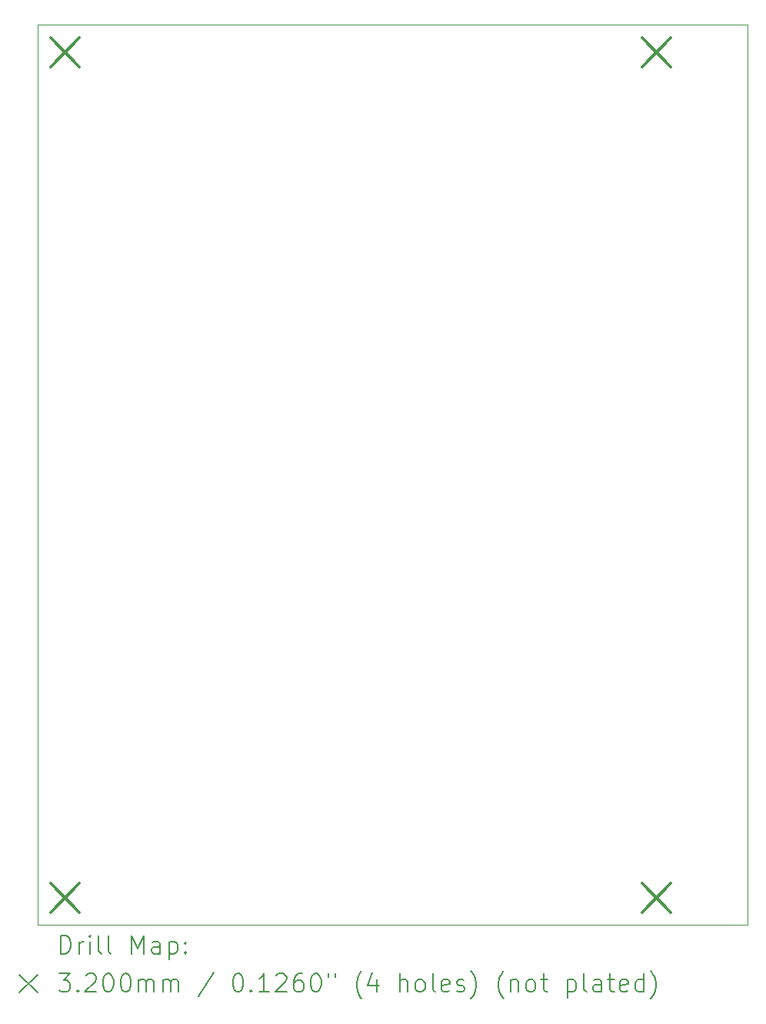
<source format=gbr>
%TF.GenerationSoftware,KiCad,Pcbnew,(6.0.11)*%
%TF.CreationDate,2023-07-27T19:07:24+09:00*%
%TF.ProjectId,3340VCO,33333430-5643-44f2-9e6b-696361645f70,1.0*%
%TF.SameCoordinates,Original*%
%TF.FileFunction,Drillmap*%
%TF.FilePolarity,Positive*%
%FSLAX45Y45*%
G04 Gerber Fmt 4.5, Leading zero omitted, Abs format (unit mm)*
G04 Created by KiCad (PCBNEW (6.0.11)) date 2023-07-27 19:07:24*
%MOMM*%
%LPD*%
G01*
G04 APERTURE LIST*
%ADD10C,0.100000*%
%ADD11C,0.200000*%
%ADD12C,0.320000*%
G04 APERTURE END LIST*
D10*
X17970500Y-5016500D02*
X10160000Y-5016500D01*
X10160000Y-5016500D02*
X10160000Y-14922500D01*
X10160000Y-14922500D02*
X17970500Y-14922500D01*
X17970500Y-14922500D02*
X17970500Y-5016500D01*
D11*
D12*
X10300000Y-5156500D02*
X10620000Y-5476500D01*
X10620000Y-5156500D02*
X10300000Y-5476500D01*
X10300000Y-14462500D02*
X10620000Y-14782500D01*
X10620000Y-14462500D02*
X10300000Y-14782500D01*
X16810500Y-5156500D02*
X17130500Y-5476500D01*
X17130500Y-5156500D02*
X16810500Y-5476500D01*
X16810500Y-14462500D02*
X17130500Y-14782500D01*
X17130500Y-14462500D02*
X16810500Y-14782500D01*
D11*
X10412619Y-15237976D02*
X10412619Y-15037976D01*
X10460238Y-15037976D01*
X10488810Y-15047500D01*
X10507857Y-15066548D01*
X10517381Y-15085595D01*
X10526905Y-15123690D01*
X10526905Y-15152262D01*
X10517381Y-15190357D01*
X10507857Y-15209405D01*
X10488810Y-15228452D01*
X10460238Y-15237976D01*
X10412619Y-15237976D01*
X10612619Y-15237976D02*
X10612619Y-15104643D01*
X10612619Y-15142738D02*
X10622143Y-15123690D01*
X10631667Y-15114167D01*
X10650714Y-15104643D01*
X10669762Y-15104643D01*
X10736429Y-15237976D02*
X10736429Y-15104643D01*
X10736429Y-15037976D02*
X10726905Y-15047500D01*
X10736429Y-15057024D01*
X10745952Y-15047500D01*
X10736429Y-15037976D01*
X10736429Y-15057024D01*
X10860238Y-15237976D02*
X10841190Y-15228452D01*
X10831667Y-15209405D01*
X10831667Y-15037976D01*
X10965000Y-15237976D02*
X10945952Y-15228452D01*
X10936429Y-15209405D01*
X10936429Y-15037976D01*
X11193571Y-15237976D02*
X11193571Y-15037976D01*
X11260238Y-15180833D01*
X11326905Y-15037976D01*
X11326905Y-15237976D01*
X11507857Y-15237976D02*
X11507857Y-15133214D01*
X11498333Y-15114167D01*
X11479286Y-15104643D01*
X11441190Y-15104643D01*
X11422143Y-15114167D01*
X11507857Y-15228452D02*
X11488809Y-15237976D01*
X11441190Y-15237976D01*
X11422143Y-15228452D01*
X11412619Y-15209405D01*
X11412619Y-15190357D01*
X11422143Y-15171309D01*
X11441190Y-15161786D01*
X11488809Y-15161786D01*
X11507857Y-15152262D01*
X11603095Y-15104643D02*
X11603095Y-15304643D01*
X11603095Y-15114167D02*
X11622143Y-15104643D01*
X11660238Y-15104643D01*
X11679286Y-15114167D01*
X11688809Y-15123690D01*
X11698333Y-15142738D01*
X11698333Y-15199881D01*
X11688809Y-15218928D01*
X11679286Y-15228452D01*
X11660238Y-15237976D01*
X11622143Y-15237976D01*
X11603095Y-15228452D01*
X11784048Y-15218928D02*
X11793571Y-15228452D01*
X11784048Y-15237976D01*
X11774524Y-15228452D01*
X11784048Y-15218928D01*
X11784048Y-15237976D01*
X11784048Y-15114167D02*
X11793571Y-15123690D01*
X11784048Y-15133214D01*
X11774524Y-15123690D01*
X11784048Y-15114167D01*
X11784048Y-15133214D01*
X9955000Y-15467500D02*
X10155000Y-15667500D01*
X10155000Y-15467500D02*
X9955000Y-15667500D01*
X10393571Y-15457976D02*
X10517381Y-15457976D01*
X10450714Y-15534167D01*
X10479286Y-15534167D01*
X10498333Y-15543690D01*
X10507857Y-15553214D01*
X10517381Y-15572262D01*
X10517381Y-15619881D01*
X10507857Y-15638928D01*
X10498333Y-15648452D01*
X10479286Y-15657976D01*
X10422143Y-15657976D01*
X10403095Y-15648452D01*
X10393571Y-15638928D01*
X10603095Y-15638928D02*
X10612619Y-15648452D01*
X10603095Y-15657976D01*
X10593571Y-15648452D01*
X10603095Y-15638928D01*
X10603095Y-15657976D01*
X10688810Y-15477024D02*
X10698333Y-15467500D01*
X10717381Y-15457976D01*
X10765000Y-15457976D01*
X10784048Y-15467500D01*
X10793571Y-15477024D01*
X10803095Y-15496071D01*
X10803095Y-15515119D01*
X10793571Y-15543690D01*
X10679286Y-15657976D01*
X10803095Y-15657976D01*
X10926905Y-15457976D02*
X10945952Y-15457976D01*
X10965000Y-15467500D01*
X10974524Y-15477024D01*
X10984048Y-15496071D01*
X10993571Y-15534167D01*
X10993571Y-15581786D01*
X10984048Y-15619881D01*
X10974524Y-15638928D01*
X10965000Y-15648452D01*
X10945952Y-15657976D01*
X10926905Y-15657976D01*
X10907857Y-15648452D01*
X10898333Y-15638928D01*
X10888810Y-15619881D01*
X10879286Y-15581786D01*
X10879286Y-15534167D01*
X10888810Y-15496071D01*
X10898333Y-15477024D01*
X10907857Y-15467500D01*
X10926905Y-15457976D01*
X11117381Y-15457976D02*
X11136429Y-15457976D01*
X11155476Y-15467500D01*
X11165000Y-15477024D01*
X11174524Y-15496071D01*
X11184048Y-15534167D01*
X11184048Y-15581786D01*
X11174524Y-15619881D01*
X11165000Y-15638928D01*
X11155476Y-15648452D01*
X11136429Y-15657976D01*
X11117381Y-15657976D01*
X11098333Y-15648452D01*
X11088810Y-15638928D01*
X11079286Y-15619881D01*
X11069762Y-15581786D01*
X11069762Y-15534167D01*
X11079286Y-15496071D01*
X11088810Y-15477024D01*
X11098333Y-15467500D01*
X11117381Y-15457976D01*
X11269762Y-15657976D02*
X11269762Y-15524643D01*
X11269762Y-15543690D02*
X11279286Y-15534167D01*
X11298333Y-15524643D01*
X11326905Y-15524643D01*
X11345952Y-15534167D01*
X11355476Y-15553214D01*
X11355476Y-15657976D01*
X11355476Y-15553214D02*
X11365000Y-15534167D01*
X11384048Y-15524643D01*
X11412619Y-15524643D01*
X11431667Y-15534167D01*
X11441190Y-15553214D01*
X11441190Y-15657976D01*
X11536428Y-15657976D02*
X11536428Y-15524643D01*
X11536428Y-15543690D02*
X11545952Y-15534167D01*
X11565000Y-15524643D01*
X11593571Y-15524643D01*
X11612619Y-15534167D01*
X11622143Y-15553214D01*
X11622143Y-15657976D01*
X11622143Y-15553214D02*
X11631667Y-15534167D01*
X11650714Y-15524643D01*
X11679286Y-15524643D01*
X11698333Y-15534167D01*
X11707857Y-15553214D01*
X11707857Y-15657976D01*
X12098333Y-15448452D02*
X11926905Y-15705595D01*
X12355476Y-15457976D02*
X12374524Y-15457976D01*
X12393571Y-15467500D01*
X12403095Y-15477024D01*
X12412619Y-15496071D01*
X12422143Y-15534167D01*
X12422143Y-15581786D01*
X12412619Y-15619881D01*
X12403095Y-15638928D01*
X12393571Y-15648452D01*
X12374524Y-15657976D01*
X12355476Y-15657976D01*
X12336428Y-15648452D01*
X12326905Y-15638928D01*
X12317381Y-15619881D01*
X12307857Y-15581786D01*
X12307857Y-15534167D01*
X12317381Y-15496071D01*
X12326905Y-15477024D01*
X12336428Y-15467500D01*
X12355476Y-15457976D01*
X12507857Y-15638928D02*
X12517381Y-15648452D01*
X12507857Y-15657976D01*
X12498333Y-15648452D01*
X12507857Y-15638928D01*
X12507857Y-15657976D01*
X12707857Y-15657976D02*
X12593571Y-15657976D01*
X12650714Y-15657976D02*
X12650714Y-15457976D01*
X12631667Y-15486548D01*
X12612619Y-15505595D01*
X12593571Y-15515119D01*
X12784048Y-15477024D02*
X12793571Y-15467500D01*
X12812619Y-15457976D01*
X12860238Y-15457976D01*
X12879286Y-15467500D01*
X12888809Y-15477024D01*
X12898333Y-15496071D01*
X12898333Y-15515119D01*
X12888809Y-15543690D01*
X12774524Y-15657976D01*
X12898333Y-15657976D01*
X13069762Y-15457976D02*
X13031667Y-15457976D01*
X13012619Y-15467500D01*
X13003095Y-15477024D01*
X12984048Y-15505595D01*
X12974524Y-15543690D01*
X12974524Y-15619881D01*
X12984048Y-15638928D01*
X12993571Y-15648452D01*
X13012619Y-15657976D01*
X13050714Y-15657976D01*
X13069762Y-15648452D01*
X13079286Y-15638928D01*
X13088809Y-15619881D01*
X13088809Y-15572262D01*
X13079286Y-15553214D01*
X13069762Y-15543690D01*
X13050714Y-15534167D01*
X13012619Y-15534167D01*
X12993571Y-15543690D01*
X12984048Y-15553214D01*
X12974524Y-15572262D01*
X13212619Y-15457976D02*
X13231667Y-15457976D01*
X13250714Y-15467500D01*
X13260238Y-15477024D01*
X13269762Y-15496071D01*
X13279286Y-15534167D01*
X13279286Y-15581786D01*
X13269762Y-15619881D01*
X13260238Y-15638928D01*
X13250714Y-15648452D01*
X13231667Y-15657976D01*
X13212619Y-15657976D01*
X13193571Y-15648452D01*
X13184048Y-15638928D01*
X13174524Y-15619881D01*
X13165000Y-15581786D01*
X13165000Y-15534167D01*
X13174524Y-15496071D01*
X13184048Y-15477024D01*
X13193571Y-15467500D01*
X13212619Y-15457976D01*
X13355476Y-15457976D02*
X13355476Y-15496071D01*
X13431667Y-15457976D02*
X13431667Y-15496071D01*
X13726905Y-15734167D02*
X13717381Y-15724643D01*
X13698333Y-15696071D01*
X13688809Y-15677024D01*
X13679286Y-15648452D01*
X13669762Y-15600833D01*
X13669762Y-15562738D01*
X13679286Y-15515119D01*
X13688809Y-15486548D01*
X13698333Y-15467500D01*
X13717381Y-15438928D01*
X13726905Y-15429405D01*
X13888809Y-15524643D02*
X13888809Y-15657976D01*
X13841190Y-15448452D02*
X13793571Y-15591309D01*
X13917381Y-15591309D01*
X14145952Y-15657976D02*
X14145952Y-15457976D01*
X14231667Y-15657976D02*
X14231667Y-15553214D01*
X14222143Y-15534167D01*
X14203095Y-15524643D01*
X14174524Y-15524643D01*
X14155476Y-15534167D01*
X14145952Y-15543690D01*
X14355476Y-15657976D02*
X14336428Y-15648452D01*
X14326905Y-15638928D01*
X14317381Y-15619881D01*
X14317381Y-15562738D01*
X14326905Y-15543690D01*
X14336428Y-15534167D01*
X14355476Y-15524643D01*
X14384048Y-15524643D01*
X14403095Y-15534167D01*
X14412619Y-15543690D01*
X14422143Y-15562738D01*
X14422143Y-15619881D01*
X14412619Y-15638928D01*
X14403095Y-15648452D01*
X14384048Y-15657976D01*
X14355476Y-15657976D01*
X14536428Y-15657976D02*
X14517381Y-15648452D01*
X14507857Y-15629405D01*
X14507857Y-15457976D01*
X14688809Y-15648452D02*
X14669762Y-15657976D01*
X14631667Y-15657976D01*
X14612619Y-15648452D01*
X14603095Y-15629405D01*
X14603095Y-15553214D01*
X14612619Y-15534167D01*
X14631667Y-15524643D01*
X14669762Y-15524643D01*
X14688809Y-15534167D01*
X14698333Y-15553214D01*
X14698333Y-15572262D01*
X14603095Y-15591309D01*
X14774524Y-15648452D02*
X14793571Y-15657976D01*
X14831667Y-15657976D01*
X14850714Y-15648452D01*
X14860238Y-15629405D01*
X14860238Y-15619881D01*
X14850714Y-15600833D01*
X14831667Y-15591309D01*
X14803095Y-15591309D01*
X14784048Y-15581786D01*
X14774524Y-15562738D01*
X14774524Y-15553214D01*
X14784048Y-15534167D01*
X14803095Y-15524643D01*
X14831667Y-15524643D01*
X14850714Y-15534167D01*
X14926905Y-15734167D02*
X14936428Y-15724643D01*
X14955476Y-15696071D01*
X14965000Y-15677024D01*
X14974524Y-15648452D01*
X14984048Y-15600833D01*
X14984048Y-15562738D01*
X14974524Y-15515119D01*
X14965000Y-15486548D01*
X14955476Y-15467500D01*
X14936428Y-15438928D01*
X14926905Y-15429405D01*
X15288809Y-15734167D02*
X15279286Y-15724643D01*
X15260238Y-15696071D01*
X15250714Y-15677024D01*
X15241190Y-15648452D01*
X15231667Y-15600833D01*
X15231667Y-15562738D01*
X15241190Y-15515119D01*
X15250714Y-15486548D01*
X15260238Y-15467500D01*
X15279286Y-15438928D01*
X15288809Y-15429405D01*
X15365000Y-15524643D02*
X15365000Y-15657976D01*
X15365000Y-15543690D02*
X15374524Y-15534167D01*
X15393571Y-15524643D01*
X15422143Y-15524643D01*
X15441190Y-15534167D01*
X15450714Y-15553214D01*
X15450714Y-15657976D01*
X15574524Y-15657976D02*
X15555476Y-15648452D01*
X15545952Y-15638928D01*
X15536428Y-15619881D01*
X15536428Y-15562738D01*
X15545952Y-15543690D01*
X15555476Y-15534167D01*
X15574524Y-15524643D01*
X15603095Y-15524643D01*
X15622143Y-15534167D01*
X15631667Y-15543690D01*
X15641190Y-15562738D01*
X15641190Y-15619881D01*
X15631667Y-15638928D01*
X15622143Y-15648452D01*
X15603095Y-15657976D01*
X15574524Y-15657976D01*
X15698333Y-15524643D02*
X15774524Y-15524643D01*
X15726905Y-15457976D02*
X15726905Y-15629405D01*
X15736428Y-15648452D01*
X15755476Y-15657976D01*
X15774524Y-15657976D01*
X15993571Y-15524643D02*
X15993571Y-15724643D01*
X15993571Y-15534167D02*
X16012619Y-15524643D01*
X16050714Y-15524643D01*
X16069762Y-15534167D01*
X16079286Y-15543690D01*
X16088809Y-15562738D01*
X16088809Y-15619881D01*
X16079286Y-15638928D01*
X16069762Y-15648452D01*
X16050714Y-15657976D01*
X16012619Y-15657976D01*
X15993571Y-15648452D01*
X16203095Y-15657976D02*
X16184048Y-15648452D01*
X16174524Y-15629405D01*
X16174524Y-15457976D01*
X16365000Y-15657976D02*
X16365000Y-15553214D01*
X16355476Y-15534167D01*
X16336428Y-15524643D01*
X16298333Y-15524643D01*
X16279286Y-15534167D01*
X16365000Y-15648452D02*
X16345952Y-15657976D01*
X16298333Y-15657976D01*
X16279286Y-15648452D01*
X16269762Y-15629405D01*
X16269762Y-15610357D01*
X16279286Y-15591309D01*
X16298333Y-15581786D01*
X16345952Y-15581786D01*
X16365000Y-15572262D01*
X16431667Y-15524643D02*
X16507857Y-15524643D01*
X16460238Y-15457976D02*
X16460238Y-15629405D01*
X16469762Y-15648452D01*
X16488809Y-15657976D01*
X16507857Y-15657976D01*
X16650714Y-15648452D02*
X16631667Y-15657976D01*
X16593571Y-15657976D01*
X16574524Y-15648452D01*
X16565000Y-15629405D01*
X16565000Y-15553214D01*
X16574524Y-15534167D01*
X16593571Y-15524643D01*
X16631667Y-15524643D01*
X16650714Y-15534167D01*
X16660238Y-15553214D01*
X16660238Y-15572262D01*
X16565000Y-15591309D01*
X16831667Y-15657976D02*
X16831667Y-15457976D01*
X16831667Y-15648452D02*
X16812619Y-15657976D01*
X16774524Y-15657976D01*
X16755476Y-15648452D01*
X16745952Y-15638928D01*
X16736428Y-15619881D01*
X16736428Y-15562738D01*
X16745952Y-15543690D01*
X16755476Y-15534167D01*
X16774524Y-15524643D01*
X16812619Y-15524643D01*
X16831667Y-15534167D01*
X16907857Y-15734167D02*
X16917381Y-15724643D01*
X16936429Y-15696071D01*
X16945952Y-15677024D01*
X16955476Y-15648452D01*
X16965000Y-15600833D01*
X16965000Y-15562738D01*
X16955476Y-15515119D01*
X16945952Y-15486548D01*
X16936429Y-15467500D01*
X16917381Y-15438928D01*
X16907857Y-15429405D01*
M02*

</source>
